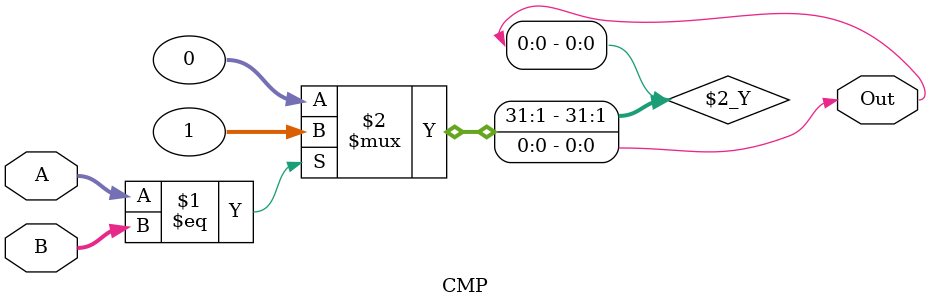
<source format=v>
`timescale 1ns / 1ps
module CMP(A,B,Out);
	input [31:0] A,B;
	output Out;
	
	assign Out = (A==B)? 1 : 0 ;

endmodule

</source>
